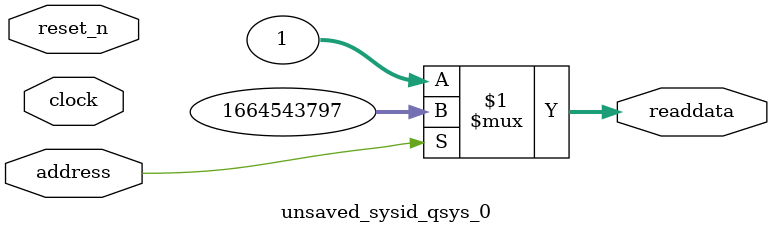
<source format=v>



// synthesis translate_off
`timescale 1ns / 1ps
// synthesis translate_on

// turn off superfluous verilog processor warnings 
// altera message_level Level1 
// altera message_off 10034 10035 10036 10037 10230 10240 10030 

module unsaved_sysid_qsys_0 (
               // inputs:
                address,
                clock,
                reset_n,

               // outputs:
                readdata
             )
;

  output  [ 31: 0] readdata;
  input            address;
  input            clock;
  input            reset_n;

  wire    [ 31: 0] readdata;
  //control_slave, which is an e_avalon_slave
  assign readdata = address ? 1664543797 : 1;

endmodule



</source>
